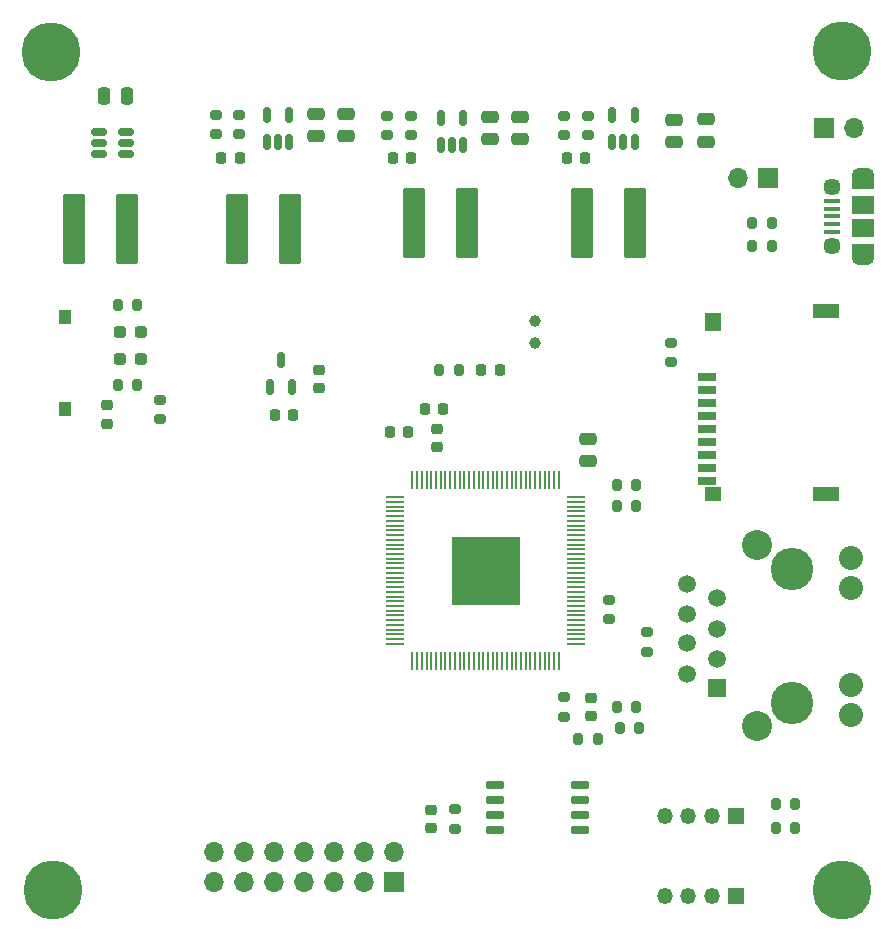
<source format=gts>
G04 #@! TF.GenerationSoftware,KiCad,Pcbnew,8.0.8*
G04 #@! TF.CreationDate,2025-04-08T21:38:23+05:30*
G04 #@! TF.ProjectId,kaage_pi,6b616167-655f-4706-992e-6b696361645f,rev?*
G04 #@! TF.SameCoordinates,Original*
G04 #@! TF.FileFunction,Soldermask,Top*
G04 #@! TF.FilePolarity,Negative*
%FSLAX46Y46*%
G04 Gerber Fmt 4.6, Leading zero omitted, Abs format (unit mm)*
G04 Created by KiCad (PCBNEW 8.0.8) date 2025-04-08 21:38:23*
%MOMM*%
%LPD*%
G01*
G04 APERTURE LIST*
G04 Aperture macros list*
%AMRoundRect*
0 Rectangle with rounded corners*
0 $1 Rounding radius*
0 $2 $3 $4 $5 $6 $7 $8 $9 X,Y pos of 4 corners*
0 Add a 4 corners polygon primitive as box body*
4,1,4,$2,$3,$4,$5,$6,$7,$8,$9,$2,$3,0*
0 Add four circle primitives for the rounded corners*
1,1,$1+$1,$2,$3*
1,1,$1+$1,$4,$5*
1,1,$1+$1,$6,$7*
1,1,$1+$1,$8,$9*
0 Add four rect primitives between the rounded corners*
20,1,$1+$1,$2,$3,$4,$5,0*
20,1,$1+$1,$4,$5,$6,$7,0*
20,1,$1+$1,$6,$7,$8,$9,0*
20,1,$1+$1,$8,$9,$2,$3,0*%
G04 Aperture macros list end*
%ADD10R,1.000000X1.250000*%
%ADD11RoundRect,0.250000X0.475000X-0.250000X0.475000X0.250000X-0.475000X0.250000X-0.475000X-0.250000X0*%
%ADD12RoundRect,0.102000X-0.850000X-2.850000X0.850000X-2.850000X0.850000X2.850000X-0.850000X2.850000X0*%
%ADD13C,5.000000*%
%ADD14RoundRect,0.200000X0.275000X-0.200000X0.275000X0.200000X-0.275000X0.200000X-0.275000X-0.200000X0*%
%ADD15RoundRect,0.150000X-0.512500X-0.150000X0.512500X-0.150000X0.512500X0.150000X-0.512500X0.150000X0*%
%ADD16R,1.350000X1.350000*%
%ADD17O,1.350000X1.350000*%
%ADD18RoundRect,0.200000X-0.275000X0.200000X-0.275000X-0.200000X0.275000X-0.200000X0.275000X0.200000X0*%
%ADD19RoundRect,0.200000X-0.200000X-0.275000X0.200000X-0.275000X0.200000X0.275000X-0.200000X0.275000X0*%
%ADD20RoundRect,0.225000X-0.250000X0.225000X-0.250000X-0.225000X0.250000X-0.225000X0.250000X0.225000X0*%
%ADD21C,2.540000*%
%ADD22R,1.500000X1.500000*%
%ADD23C,1.500000*%
%ADD24C,2.032000*%
%ADD25C,3.599180*%
%ADD26RoundRect,0.225000X0.250000X-0.225000X0.250000X0.225000X-0.250000X0.225000X-0.250000X-0.225000X0*%
%ADD27RoundRect,0.250000X-0.475000X0.250000X-0.475000X-0.250000X0.475000X-0.250000X0.475000X0.250000X0*%
%ADD28RoundRect,0.150000X0.150000X-0.512500X0.150000X0.512500X-0.150000X0.512500X-0.150000X-0.512500X0*%
%ADD29RoundRect,0.225000X0.225000X0.250000X-0.225000X0.250000X-0.225000X-0.250000X0.225000X-0.250000X0*%
%ADD30RoundRect,0.150000X-0.650000X-0.150000X0.650000X-0.150000X0.650000X0.150000X-0.650000X0.150000X0*%
%ADD31RoundRect,0.200000X0.200000X0.275000X-0.200000X0.275000X-0.200000X-0.275000X0.200000X-0.275000X0*%
%ADD32R,1.700000X1.700000*%
%ADD33O,1.700000X1.700000*%
%ADD34RoundRect,0.237500X-0.287500X-0.237500X0.287500X-0.237500X0.287500X0.237500X-0.287500X0.237500X0*%
%ADD35RoundRect,0.225000X-0.225000X-0.250000X0.225000X-0.250000X0.225000X0.250000X-0.225000X0.250000X0*%
%ADD36C,1.000000*%
%ADD37R,1.350000X0.400000*%
%ADD38O,1.900000X1.200000*%
%ADD39R,1.900000X1.200000*%
%ADD40C,1.450000*%
%ADD41R,1.900000X1.500000*%
%ADD42RoundRect,0.250000X0.250000X0.475000X-0.250000X0.475000X-0.250000X-0.475000X0.250000X-0.475000X0*%
%ADD43R,1.600000X0.700000*%
%ADD44R,1.400000X1.200000*%
%ADD45R,2.200000X1.200000*%
%ADD46R,1.400000X1.600000*%
%ADD47RoundRect,0.062500X-0.675000X-0.062500X0.675000X-0.062500X0.675000X0.062500X-0.675000X0.062500X0*%
%ADD48RoundRect,0.062500X-0.062500X-0.675000X0.062500X-0.675000X0.062500X0.675000X-0.062500X0.675000X0*%
%ADD49R,5.720000X5.720000*%
G04 APERTURE END LIST*
D10*
X118500000Y-84250000D03*
X118500000Y-76500000D03*
D11*
X162750000Y-88700000D03*
X162750000Y-86800000D03*
D12*
X119250000Y-69000000D03*
X123750000Y-69000000D03*
D13*
X184250000Y-125000000D03*
D14*
X151500000Y-119825000D03*
X151500000Y-118175000D03*
D15*
X121362500Y-60800000D03*
X121362500Y-61750000D03*
X121362500Y-62700000D03*
X123637500Y-62700000D03*
X123637500Y-61750000D03*
X123637500Y-60800000D03*
D16*
X175250000Y-118750000D03*
D17*
X173250000Y-118750000D03*
X171250000Y-118750000D03*
X169250000Y-118750000D03*
D18*
X131250000Y-59350000D03*
X131250000Y-61000000D03*
D19*
X165175000Y-109500000D03*
X166825000Y-109500000D03*
D20*
X122000000Y-83975000D03*
X122000000Y-85525000D03*
D21*
X177049600Y-111150480D03*
X177049600Y-95750460D03*
D22*
X173699340Y-107899280D03*
D23*
X171149180Y-106700400D03*
X173699340Y-105399920D03*
X171149180Y-104099440D03*
X173699340Y-102900560D03*
X171149180Y-101600080D03*
X173699340Y-100299600D03*
X171149180Y-99100720D03*
D24*
X185049840Y-110149720D03*
X185049840Y-107599560D03*
X185049840Y-99400440D03*
X185049840Y-96850280D03*
D25*
X180049340Y-109199760D03*
X180001080Y-97800240D03*
D26*
X150000000Y-87525000D03*
X150000000Y-85975000D03*
D12*
X162250000Y-68500000D03*
X166750000Y-68500000D03*
D27*
X154500000Y-59550000D03*
X154500000Y-61450000D03*
D28*
X164800000Y-61637500D03*
X165750000Y-61637500D03*
X166700000Y-61637500D03*
X166700000Y-59362500D03*
X164800000Y-59362500D03*
D29*
X133275000Y-63000000D03*
X131725000Y-63000000D03*
D30*
X154900000Y-116095000D03*
X154900000Y-117365000D03*
X154900000Y-118635000D03*
X154900000Y-119905000D03*
X162100000Y-119905000D03*
X162100000Y-118635000D03*
X162100000Y-117365000D03*
X162100000Y-116095000D03*
D18*
X164500000Y-100425000D03*
X164500000Y-102075000D03*
D19*
X178675000Y-119750000D03*
X180325000Y-119750000D03*
D31*
X151825000Y-81000000D03*
X150175000Y-81000000D03*
D29*
X137775000Y-84750000D03*
X136225000Y-84750000D03*
D14*
X167750000Y-104825000D03*
X167750000Y-103175000D03*
D27*
X139750000Y-59300000D03*
X139750000Y-61200000D03*
D32*
X146350000Y-124290000D03*
D33*
X146350000Y-121750000D03*
X143810000Y-124290000D03*
X143810000Y-121750000D03*
X141270000Y-124290000D03*
X141270000Y-121750000D03*
X138730000Y-124290000D03*
X138730000Y-121750000D03*
X136190000Y-124290000D03*
X136190000Y-121750000D03*
X133650000Y-124290000D03*
X133650000Y-121750000D03*
X131110000Y-124290000D03*
X131110000Y-121750000D03*
D31*
X166825000Y-92500000D03*
X165175000Y-92500000D03*
D26*
X140000000Y-82525000D03*
X140000000Y-80975000D03*
D29*
X162525000Y-63000000D03*
X160975000Y-63000000D03*
D32*
X178025000Y-64750000D03*
D33*
X175485000Y-64750000D03*
D18*
X160750000Y-59425000D03*
X160750000Y-61075000D03*
D34*
X123125000Y-77750000D03*
X124875000Y-77750000D03*
D19*
X122925000Y-82250000D03*
X124575000Y-82250000D03*
D14*
X160750000Y-110325000D03*
X160750000Y-108675000D03*
D31*
X178325000Y-70500000D03*
X176675000Y-70500000D03*
D27*
X172750000Y-59750000D03*
X172750000Y-61650000D03*
D14*
X162750000Y-61075000D03*
X162750000Y-59425000D03*
D29*
X150500000Y-84250000D03*
X148950000Y-84250000D03*
D16*
X175250000Y-125500000D03*
D17*
X173250000Y-125500000D03*
X171250000Y-125500000D03*
X169250000Y-125500000D03*
D18*
X126500000Y-83500000D03*
X126500000Y-85150000D03*
D32*
X182750000Y-60500000D03*
D33*
X185290000Y-60500000D03*
D19*
X165425000Y-111250000D03*
X167075000Y-111250000D03*
D35*
X153725000Y-81000000D03*
X155275000Y-81000000D03*
D29*
X147550000Y-86250000D03*
X146000000Y-86250000D03*
D36*
X158250000Y-76800000D03*
X158250000Y-78700000D03*
D12*
X148000000Y-68500000D03*
X152500000Y-68500000D03*
D29*
X147775000Y-63000000D03*
X146225000Y-63000000D03*
D37*
X183380000Y-69270000D03*
X183380000Y-68620000D03*
X183380000Y-67970000D03*
X183380000Y-67320000D03*
X183380000Y-66670000D03*
D38*
X186080000Y-71470000D03*
D39*
X186080000Y-70870000D03*
D40*
X183380000Y-70470000D03*
D41*
X186080000Y-68970000D03*
X186080000Y-66970000D03*
D40*
X183380000Y-65470000D03*
D39*
X186080000Y-65070000D03*
D38*
X186080000Y-64470000D03*
D13*
X117500000Y-125000000D03*
D18*
X145750000Y-59425000D03*
X145750000Y-61075000D03*
D20*
X163000000Y-108725000D03*
X163000000Y-110275000D03*
D13*
X117280000Y-54040000D03*
D19*
X122925000Y-75500000D03*
X124575000Y-75500000D03*
D20*
X149500000Y-118225000D03*
X149500000Y-119775000D03*
D28*
X135800000Y-82387500D03*
X137700000Y-82387500D03*
X136750000Y-80112500D03*
D14*
X147750000Y-61075000D03*
X147750000Y-59425000D03*
D19*
X178675000Y-117750000D03*
X180325000Y-117750000D03*
D31*
X166825000Y-90750000D03*
X165175000Y-90750000D03*
D42*
X123700000Y-57750000D03*
X121800000Y-57750000D03*
D27*
X157000000Y-59550000D03*
X157000000Y-61450000D03*
D14*
X169750000Y-80325000D03*
X169750000Y-78675000D03*
D27*
X170000000Y-59800000D03*
X170000000Y-61700000D03*
D19*
X161925000Y-112250000D03*
X163575000Y-112250000D03*
D43*
X172850000Y-81550000D03*
X172850000Y-82650000D03*
X172850000Y-83750000D03*
X172850000Y-84850000D03*
X172850000Y-85950000D03*
D44*
X173350000Y-91500000D03*
D45*
X182950000Y-91500000D03*
D43*
X172850000Y-87050000D03*
D46*
X173350000Y-76900000D03*
D45*
X182950000Y-76000000D03*
D43*
X172850000Y-88150000D03*
X172850000Y-89250000D03*
X172850000Y-90350000D03*
D34*
X123125000Y-80000000D03*
X124875000Y-80000000D03*
D28*
X150300000Y-61887500D03*
X151250000Y-61887500D03*
X152200000Y-61887500D03*
X152200000Y-59612500D03*
X150300000Y-59612500D03*
X135550000Y-61637500D03*
X136500000Y-61637500D03*
X137450000Y-61637500D03*
X137450000Y-59362500D03*
X135550000Y-59362500D03*
D47*
X146425000Y-91750000D03*
X146425000Y-92150000D03*
X146425000Y-92550000D03*
X146425000Y-92950000D03*
X146425000Y-93350000D03*
X146425000Y-93750000D03*
X146425000Y-94150000D03*
X146425000Y-94550000D03*
X146425000Y-94950000D03*
X146425000Y-95350000D03*
X146425000Y-95750000D03*
X146425000Y-96150000D03*
X146425000Y-96550000D03*
X146425000Y-96950000D03*
X146425000Y-97350000D03*
X146425000Y-97750000D03*
X146425000Y-98150000D03*
X146425000Y-98550000D03*
X146425000Y-98950000D03*
X146425000Y-99350000D03*
X146425000Y-99750000D03*
X146425000Y-100150000D03*
X146425000Y-100550000D03*
X146425000Y-100950000D03*
X146425000Y-101350000D03*
X146425000Y-101750000D03*
X146425000Y-102150000D03*
X146425000Y-102550000D03*
X146425000Y-102950000D03*
X146425000Y-103350000D03*
X146425000Y-103750000D03*
X146425000Y-104150000D03*
D48*
X147887500Y-105612500D03*
X148287500Y-105612500D03*
X148687500Y-105612500D03*
X149087500Y-105612500D03*
X149487500Y-105612500D03*
X149887500Y-105612500D03*
X150287500Y-105612500D03*
X150687500Y-105612500D03*
X151087500Y-105612500D03*
X151487500Y-105612500D03*
X151887500Y-105612500D03*
X152287500Y-105612500D03*
X152687500Y-105612500D03*
X153087500Y-105612500D03*
X153487500Y-105612500D03*
X153887500Y-105612500D03*
X154287500Y-105612500D03*
X154687500Y-105612500D03*
X155087500Y-105612500D03*
X155487500Y-105612500D03*
X155887500Y-105612500D03*
X156287500Y-105612500D03*
X156687500Y-105612500D03*
X157087500Y-105612500D03*
X157487500Y-105612500D03*
X157887500Y-105612500D03*
X158287500Y-105612500D03*
X158687500Y-105612500D03*
X159087500Y-105612500D03*
X159487500Y-105612500D03*
X159887500Y-105612500D03*
X160287500Y-105612500D03*
D47*
X161750000Y-104150000D03*
X161750000Y-103750000D03*
X161750000Y-103350000D03*
X161750000Y-102950000D03*
X161750000Y-102550000D03*
X161750000Y-102150000D03*
X161750000Y-101750000D03*
X161750000Y-101350000D03*
X161750000Y-100950000D03*
X161750000Y-100550000D03*
X161750000Y-100150000D03*
X161750000Y-99750000D03*
X161750000Y-99350000D03*
X161750000Y-98950000D03*
X161750000Y-98550000D03*
X161750000Y-98150000D03*
X161750000Y-97750000D03*
X161750000Y-97350000D03*
X161750000Y-96950000D03*
X161750000Y-96550000D03*
X161750000Y-96150000D03*
X161750000Y-95750000D03*
X161750000Y-95350000D03*
X161750000Y-94950000D03*
X161750000Y-94550000D03*
X161750000Y-94150000D03*
X161750000Y-93750000D03*
X161750000Y-93350000D03*
X161750000Y-92950000D03*
X161750000Y-92550000D03*
X161750000Y-92150000D03*
X161750000Y-91750000D03*
D48*
X160287500Y-90287500D03*
X159887500Y-90287500D03*
X159487500Y-90287500D03*
X159087500Y-90287500D03*
X158687500Y-90287500D03*
X158287500Y-90287500D03*
X157887500Y-90287500D03*
X157487500Y-90287500D03*
X157087500Y-90287500D03*
X156687500Y-90287500D03*
X156287500Y-90287500D03*
X155887500Y-90287500D03*
X155487500Y-90287500D03*
X155087500Y-90287500D03*
X154687500Y-90287500D03*
X154287500Y-90287500D03*
X153887500Y-90287500D03*
X153487500Y-90287500D03*
X153087500Y-90287500D03*
X152687500Y-90287500D03*
X152287500Y-90287500D03*
X151887500Y-90287500D03*
X151487500Y-90287500D03*
X151087500Y-90287500D03*
X150687500Y-90287500D03*
X150287500Y-90287500D03*
X149887500Y-90287500D03*
X149487500Y-90287500D03*
X149087500Y-90287500D03*
X148687500Y-90287500D03*
X148287500Y-90287500D03*
X147887500Y-90287500D03*
D49*
X154087500Y-97950000D03*
D31*
X178325000Y-68500000D03*
X176675000Y-68500000D03*
D12*
X133000000Y-69000000D03*
X137500000Y-69000000D03*
D27*
X142250000Y-59300000D03*
X142250000Y-61200000D03*
D13*
X184250000Y-54000000D03*
D14*
X133250000Y-61000000D03*
X133250000Y-59350000D03*
M02*

</source>
